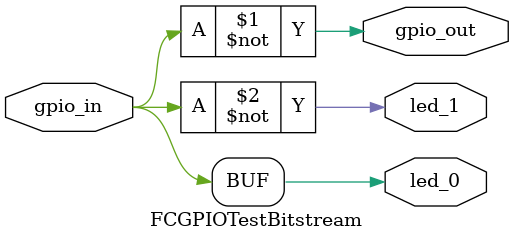
<source format=v>
/***********************************************************************************************************************
*                                                                                                                      *
* ANTIKERNEL v0.1                                                                                                      *
*                                                                                                                      *
* Copyright (c) 2012-2016 Andrew D. Zonenberg                                                                          *
* All rights reserved.                                                                                                 *
*                                                                                                                      *
* Redistribution and use in source and binary forms, with or without modification, are permitted provided that the     *
* following conditions are met:                                                                                        *
*                                                                                                                      *
*    * Redistributions of source code must retain the above copyright notice, this list of conditions, and the         *
*      following disclaimer.                                                                                           *
*                                                                                                                      *
*    * Redistributions in binary form must reproduce the above copyright notice, this list of conditions and the       *
*      following disclaimer in the documentation and/or other materials provided with the distribution.                *
*                                                                                                                      *
*    * Neither the name of the author nor the names of any contributors may be used to endorse or promote products     *
*      derived from this software without specific prior written permission.                                           *
*                                                                                                                      *
* THIS SOFTWARE IS PROVIDED BY THE AUTHORS "AS IS" AND ANY EXPRESS OR IMPLIED WARRANTIES, INCLUDING, BUT NOT LIMITED   *
* TO, THE IMPLIED WARRANTIES OF MERCHANTABILITY AND FITNESS FOR A PARTICULAR PURPOSE ARE DISCLAIMED. IN NO EVENT SHALL *
* THE AUTHORS BE HELD LIABLE FOR ANY DIRECT, INDIRECT, INCIDENTAL, SPECIAL, EXEMPLARY, OR CONSEQUENTIAL DAMAGES        *
* (INCLUDING, BUT NOT LIMITED TO, PROCUREMENT OF SUBSTITUTE GOODS OR SERVICES; LOSS OF USE, DATA, OR PROFITS; OR       *
* BUSINESS INTERRUPTION) HOWEVER CAUSED AND ON ANY THEORY OF LIABILITY, WHETHER IN CONTRACT, STRICT LIABILITY, OR TORT *
* (INCLUDING NEGLIGENCE OR OTHERWISE) ARISING IN ANY WAY OUT OF THE USE OF THIS SOFTWARE, EVEN IF ADVISED OF THE       *
* POSSIBILITY OF SUCH DAMAGE.                                                                                          *
*                                                                                                                      *
***********************************************************************************************************************/

/**
	@file
	@author Andrew D. Zonenberg
	@brief Source file for GPIO test
 */

module FCGPIOTestBitstream(gpio_in, gpio_out, led_0, led_1);
	(* IOSTANDARD="LVCMOS33" *) (* LOC="P8" *) input wire gpio_in;
	(* IOSTANDARD="LVCMOS33" *) (* LOC="P6" *) output wire gpio_out;
	(* IOSTANDARD="LVCMOS33" *) (* LOC="P38" *) output wire led_0;
	(* IOSTANDARD="LVCMOS33" *) (* LOC="P37" *) output wire led_1;
	
	assign gpio_out = ~gpio_in;
	assign led_0 = gpio_in;
	assign led_1 = ~gpio_in;
endmodule

</source>
